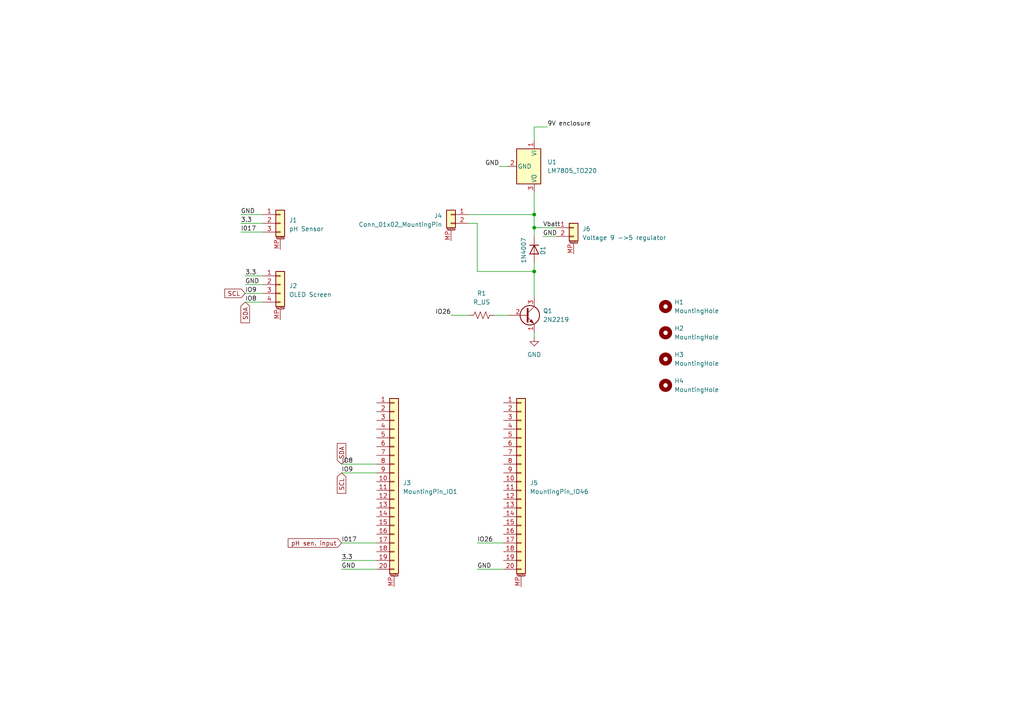
<source format=kicad_sch>
(kicad_sch
	(version 20231120)
	(generator "eeschema")
	(generator_version "8.0")
	(uuid "fcd2bf46-1664-4621-bd79-674230b49c83")
	(paper "A4")
	(lib_symbols
		(symbol "Connector_Generic_MountingPin:Conn_01x02_MountingPin"
			(pin_names
				(offset 1.016) hide)
			(exclude_from_sim no)
			(in_bom yes)
			(on_board yes)
			(property "Reference" "J"
				(at 0 2.54 0)
				(effects
					(font
						(size 1.27 1.27)
					)
				)
			)
			(property "Value" "Conn_01x02_MountingPin"
				(at 1.27 -5.08 0)
				(effects
					(font
						(size 1.27 1.27)
					)
					(justify left)
				)
			)
			(property "Footprint" ""
				(at 0 0 0)
				(effects
					(font
						(size 1.27 1.27)
					)
					(hide yes)
				)
			)
			(property "Datasheet" "~"
				(at 0 0 0)
				(effects
					(font
						(size 1.27 1.27)
					)
					(hide yes)
				)
			)
			(property "Description" "Generic connectable mounting pin connector, single row, 01x02, script generated (kicad-library-utils/schlib/autogen/connector/)"
				(at 0 0 0)
				(effects
					(font
						(size 1.27 1.27)
					)
					(hide yes)
				)
			)
			(property "ki_keywords" "connector"
				(at 0 0 0)
				(effects
					(font
						(size 1.27 1.27)
					)
					(hide yes)
				)
			)
			(property "ki_fp_filters" "Connector*:*_1x??-1MP*"
				(at 0 0 0)
				(effects
					(font
						(size 1.27 1.27)
					)
					(hide yes)
				)
			)
			(symbol "Conn_01x02_MountingPin_1_1"
				(rectangle
					(start -1.27 -2.413)
					(end 0 -2.667)
					(stroke
						(width 0.1524)
						(type default)
					)
					(fill
						(type none)
					)
				)
				(rectangle
					(start -1.27 0.127)
					(end 0 -0.127)
					(stroke
						(width 0.1524)
						(type default)
					)
					(fill
						(type none)
					)
				)
				(rectangle
					(start -1.27 1.27)
					(end 1.27 -3.81)
					(stroke
						(width 0.254)
						(type default)
					)
					(fill
						(type background)
					)
				)
				(polyline
					(pts
						(xy -1.016 -4.572) (xy 1.016 -4.572)
					)
					(stroke
						(width 0.1524)
						(type default)
					)
					(fill
						(type none)
					)
				)
				(text "Mounting"
					(at 0 -4.191 0)
					(effects
						(font
							(size 0.381 0.381)
						)
					)
				)
				(pin passive line
					(at -5.08 0 0)
					(length 3.81)
					(name "Pin_1"
						(effects
							(font
								(size 1.27 1.27)
							)
						)
					)
					(number "1"
						(effects
							(font
								(size 1.27 1.27)
							)
						)
					)
				)
				(pin passive line
					(at -5.08 -2.54 0)
					(length 3.81)
					(name "Pin_2"
						(effects
							(font
								(size 1.27 1.27)
							)
						)
					)
					(number "2"
						(effects
							(font
								(size 1.27 1.27)
							)
						)
					)
				)
				(pin passive line
					(at 0 -7.62 90)
					(length 3.048)
					(name "MountPin"
						(effects
							(font
								(size 1.27 1.27)
							)
						)
					)
					(number "MP"
						(effects
							(font
								(size 1.27 1.27)
							)
						)
					)
				)
			)
		)
		(symbol "Connector_Generic_MountingPin:Conn_01x03_MountingPin"
			(pin_names
				(offset 1.016) hide)
			(exclude_from_sim no)
			(in_bom yes)
			(on_board yes)
			(property "Reference" "J"
				(at 0 5.08 0)
				(effects
					(font
						(size 1.27 1.27)
					)
				)
			)
			(property "Value" "Conn_01x03_MountingPin"
				(at 1.27 -5.08 0)
				(effects
					(font
						(size 1.27 1.27)
					)
					(justify left)
				)
			)
			(property "Footprint" ""
				(at 0 0 0)
				(effects
					(font
						(size 1.27 1.27)
					)
					(hide yes)
				)
			)
			(property "Datasheet" "~"
				(at 0 0 0)
				(effects
					(font
						(size 1.27 1.27)
					)
					(hide yes)
				)
			)
			(property "Description" "Generic connectable mounting pin connector, single row, 01x03, script generated (kicad-library-utils/schlib/autogen/connector/)"
				(at 0 0 0)
				(effects
					(font
						(size 1.27 1.27)
					)
					(hide yes)
				)
			)
			(property "ki_keywords" "connector"
				(at 0 0 0)
				(effects
					(font
						(size 1.27 1.27)
					)
					(hide yes)
				)
			)
			(property "ki_fp_filters" "Connector*:*_1x??-1MP*"
				(at 0 0 0)
				(effects
					(font
						(size 1.27 1.27)
					)
					(hide yes)
				)
			)
			(symbol "Conn_01x03_MountingPin_1_1"
				(rectangle
					(start -1.27 -2.413)
					(end 0 -2.667)
					(stroke
						(width 0.1524)
						(type default)
					)
					(fill
						(type none)
					)
				)
				(rectangle
					(start -1.27 0.127)
					(end 0 -0.127)
					(stroke
						(width 0.1524)
						(type default)
					)
					(fill
						(type none)
					)
				)
				(rectangle
					(start -1.27 2.667)
					(end 0 2.413)
					(stroke
						(width 0.1524)
						(type default)
					)
					(fill
						(type none)
					)
				)
				(rectangle
					(start -1.27 3.81)
					(end 1.27 -3.81)
					(stroke
						(width 0.254)
						(type default)
					)
					(fill
						(type background)
					)
				)
				(polyline
					(pts
						(xy -1.016 -4.572) (xy 1.016 -4.572)
					)
					(stroke
						(width 0.1524)
						(type default)
					)
					(fill
						(type none)
					)
				)
				(text "Mounting"
					(at 0 -4.191 0)
					(effects
						(font
							(size 0.381 0.381)
						)
					)
				)
				(pin passive line
					(at -5.08 2.54 0)
					(length 3.81)
					(name "Pin_1"
						(effects
							(font
								(size 1.27 1.27)
							)
						)
					)
					(number "1"
						(effects
							(font
								(size 1.27 1.27)
							)
						)
					)
				)
				(pin passive line
					(at -5.08 0 0)
					(length 3.81)
					(name "Pin_2"
						(effects
							(font
								(size 1.27 1.27)
							)
						)
					)
					(number "2"
						(effects
							(font
								(size 1.27 1.27)
							)
						)
					)
				)
				(pin passive line
					(at -5.08 -2.54 0)
					(length 3.81)
					(name "Pin_3"
						(effects
							(font
								(size 1.27 1.27)
							)
						)
					)
					(number "3"
						(effects
							(font
								(size 1.27 1.27)
							)
						)
					)
				)
				(pin passive line
					(at 0 -7.62 90)
					(length 3.048)
					(name "MountPin"
						(effects
							(font
								(size 1.27 1.27)
							)
						)
					)
					(number "MP"
						(effects
							(font
								(size 1.27 1.27)
							)
						)
					)
				)
			)
		)
		(symbol "Connector_Generic_MountingPin:Conn_01x04_MountingPin"
			(pin_names
				(offset 1.016) hide)
			(exclude_from_sim no)
			(in_bom yes)
			(on_board yes)
			(property "Reference" "J"
				(at 0 5.08 0)
				(effects
					(font
						(size 1.27 1.27)
					)
				)
			)
			(property "Value" "Conn_01x04_MountingPin"
				(at 1.27 -7.62 0)
				(effects
					(font
						(size 1.27 1.27)
					)
					(justify left)
				)
			)
			(property "Footprint" ""
				(at 0 0 0)
				(effects
					(font
						(size 1.27 1.27)
					)
					(hide yes)
				)
			)
			(property "Datasheet" "~"
				(at 0 0 0)
				(effects
					(font
						(size 1.27 1.27)
					)
					(hide yes)
				)
			)
			(property "Description" "Generic connectable mounting pin connector, single row, 01x04, script generated (kicad-library-utils/schlib/autogen/connector/)"
				(at 0 0 0)
				(effects
					(font
						(size 1.27 1.27)
					)
					(hide yes)
				)
			)
			(property "ki_keywords" "connector"
				(at 0 0 0)
				(effects
					(font
						(size 1.27 1.27)
					)
					(hide yes)
				)
			)
			(property "ki_fp_filters" "Connector*:*_1x??-1MP*"
				(at 0 0 0)
				(effects
					(font
						(size 1.27 1.27)
					)
					(hide yes)
				)
			)
			(symbol "Conn_01x04_MountingPin_1_1"
				(rectangle
					(start -1.27 -4.953)
					(end 0 -5.207)
					(stroke
						(width 0.1524)
						(type default)
					)
					(fill
						(type none)
					)
				)
				(rectangle
					(start -1.27 -2.413)
					(end 0 -2.667)
					(stroke
						(width 0.1524)
						(type default)
					)
					(fill
						(type none)
					)
				)
				(rectangle
					(start -1.27 0.127)
					(end 0 -0.127)
					(stroke
						(width 0.1524)
						(type default)
					)
					(fill
						(type none)
					)
				)
				(rectangle
					(start -1.27 2.667)
					(end 0 2.413)
					(stroke
						(width 0.1524)
						(type default)
					)
					(fill
						(type none)
					)
				)
				(rectangle
					(start -1.27 3.81)
					(end 1.27 -6.35)
					(stroke
						(width 0.254)
						(type default)
					)
					(fill
						(type background)
					)
				)
				(polyline
					(pts
						(xy -1.016 -7.112) (xy 1.016 -7.112)
					)
					(stroke
						(width 0.1524)
						(type default)
					)
					(fill
						(type none)
					)
				)
				(text "Mounting"
					(at 0 -6.731 0)
					(effects
						(font
							(size 0.381 0.381)
						)
					)
				)
				(pin passive line
					(at -5.08 2.54 0)
					(length 3.81)
					(name "Pin_1"
						(effects
							(font
								(size 1.27 1.27)
							)
						)
					)
					(number "1"
						(effects
							(font
								(size 1.27 1.27)
							)
						)
					)
				)
				(pin passive line
					(at -5.08 0 0)
					(length 3.81)
					(name "Pin_2"
						(effects
							(font
								(size 1.27 1.27)
							)
						)
					)
					(number "2"
						(effects
							(font
								(size 1.27 1.27)
							)
						)
					)
				)
				(pin passive line
					(at -5.08 -2.54 0)
					(length 3.81)
					(name "Pin_3"
						(effects
							(font
								(size 1.27 1.27)
							)
						)
					)
					(number "3"
						(effects
							(font
								(size 1.27 1.27)
							)
						)
					)
				)
				(pin passive line
					(at -5.08 -5.08 0)
					(length 3.81)
					(name "Pin_4"
						(effects
							(font
								(size 1.27 1.27)
							)
						)
					)
					(number "4"
						(effects
							(font
								(size 1.27 1.27)
							)
						)
					)
				)
				(pin passive line
					(at 0 -10.16 90)
					(length 3.048)
					(name "MountPin"
						(effects
							(font
								(size 1.27 1.27)
							)
						)
					)
					(number "MP"
						(effects
							(font
								(size 1.27 1.27)
							)
						)
					)
				)
			)
		)
		(symbol "Connector_Generic_MountingPin:Conn_01x20_MountingPin"
			(pin_names
				(offset 1.016) hide)
			(exclude_from_sim no)
			(in_bom yes)
			(on_board yes)
			(property "Reference" "J"
				(at 0 25.4 0)
				(effects
					(font
						(size 1.27 1.27)
					)
				)
			)
			(property "Value" "Conn_01x20_MountingPin"
				(at 1.27 -27.94 0)
				(effects
					(font
						(size 1.27 1.27)
					)
					(justify left)
				)
			)
			(property "Footprint" ""
				(at 0 0 0)
				(effects
					(font
						(size 1.27 1.27)
					)
					(hide yes)
				)
			)
			(property "Datasheet" "~"
				(at 0 0 0)
				(effects
					(font
						(size 1.27 1.27)
					)
					(hide yes)
				)
			)
			(property "Description" "Generic connectable mounting pin connector, single row, 01x20, script generated (kicad-library-utils/schlib/autogen/connector/)"
				(at 0 0 0)
				(effects
					(font
						(size 1.27 1.27)
					)
					(hide yes)
				)
			)
			(property "ki_keywords" "connector"
				(at 0 0 0)
				(effects
					(font
						(size 1.27 1.27)
					)
					(hide yes)
				)
			)
			(property "ki_fp_filters" "Connector*:*_1x??-1MP*"
				(at 0 0 0)
				(effects
					(font
						(size 1.27 1.27)
					)
					(hide yes)
				)
			)
			(symbol "Conn_01x20_MountingPin_1_1"
				(rectangle
					(start -1.27 -25.273)
					(end 0 -25.527)
					(stroke
						(width 0.1524)
						(type default)
					)
					(fill
						(type none)
					)
				)
				(rectangle
					(start -1.27 -22.733)
					(end 0 -22.987)
					(stroke
						(width 0.1524)
						(type default)
					)
					(fill
						(type none)
					)
				)
				(rectangle
					(start -1.27 -20.193)
					(end 0 -20.447)
					(stroke
						(width 0.1524)
						(type default)
					)
					(fill
						(type none)
					)
				)
				(rectangle
					(start -1.27 -17.653)
					(end 0 -17.907)
					(stroke
						(width 0.1524)
						(type default)
					)
					(fill
						(type none)
					)
				)
				(rectangle
					(start -1.27 -15.113)
					(end 0 -15.367)
					(stroke
						(width 0.1524)
						(type default)
					)
					(fill
						(type none)
					)
				)
				(rectangle
					(start -1.27 -12.573)
					(end 0 -12.827)
					(stroke
						(width 0.1524)
						(type default)
					)
					(fill
						(type none)
					)
				)
				(rectangle
					(start -1.27 -10.033)
					(end 0 -10.287)
					(stroke
						(width 0.1524)
						(type default)
					)
					(fill
						(type none)
					)
				)
				(rectangle
					(start -1.27 -7.493)
					(end 0 -7.747)
					(stroke
						(width 0.1524)
						(type default)
					)
					(fill
						(type none)
					)
				)
				(rectangle
					(start -1.27 -4.953)
					(end 0 -5.207)
					(stroke
						(width 0.1524)
						(type default)
					)
					(fill
						(type none)
					)
				)
				(rectangle
					(start -1.27 -2.413)
					(end 0 -2.667)
					(stroke
						(width 0.1524)
						(type default)
					)
					(fill
						(type none)
					)
				)
				(rectangle
					(start -1.27 0.127)
					(end 0 -0.127)
					(stroke
						(width 0.1524)
						(type default)
					)
					(fill
						(type none)
					)
				)
				(rectangle
					(start -1.27 2.667)
					(end 0 2.413)
					(stroke
						(width 0.1524)
						(type default)
					)
					(fill
						(type none)
					)
				)
				(rectangle
					(start -1.27 5.207)
					(end 0 4.953)
					(stroke
						(width 0.1524)
						(type default)
					)
					(fill
						(type none)
					)
				)
				(rectangle
					(start -1.27 7.747)
					(end 0 7.493)
					(stroke
						(width 0.1524)
						(type default)
					)
					(fill
						(type none)
					)
				)
				(rectangle
					(start -1.27 10.287)
					(end 0 10.033)
					(stroke
						(width 0.1524)
						(type default)
					)
					(fill
						(type none)
					)
				)
				(rectangle
					(start -1.27 12.827)
					(end 0 12.573)
					(stroke
						(width 0.1524)
						(type default)
					)
					(fill
						(type none)
					)
				)
				(rectangle
					(start -1.27 15.367)
					(end 0 15.113)
					(stroke
						(width 0.1524)
						(type default)
					)
					(fill
						(type none)
					)
				)
				(rectangle
					(start -1.27 17.907)
					(end 0 17.653)
					(stroke
						(width 0.1524)
						(type default)
					)
					(fill
						(type none)
					)
				)
				(rectangle
					(start -1.27 20.447)
					(end 0 20.193)
					(stroke
						(width 0.1524)
						(type default)
					)
					(fill
						(type none)
					)
				)
				(rectangle
					(start -1.27 22.987)
					(end 0 22.733)
					(stroke
						(width 0.1524)
						(type default)
					)
					(fill
						(type none)
					)
				)
				(rectangle
					(start -1.27 24.13)
					(end 1.27 -26.67)
					(stroke
						(width 0.254)
						(type default)
					)
					(fill
						(type background)
					)
				)
				(polyline
					(pts
						(xy -1.016 -27.432) (xy 1.016 -27.432)
					)
					(stroke
						(width 0.1524)
						(type default)
					)
					(fill
						(type none)
					)
				)
				(text "Mounting"
					(at 0 -27.051 0)
					(effects
						(font
							(size 0.381 0.381)
						)
					)
				)
				(pin passive line
					(at -5.08 22.86 0)
					(length 3.81)
					(name "Pin_1"
						(effects
							(font
								(size 1.27 1.27)
							)
						)
					)
					(number "1"
						(effects
							(font
								(size 1.27 1.27)
							)
						)
					)
				)
				(pin passive line
					(at -5.08 0 0)
					(length 3.81)
					(name "Pin_10"
						(effects
							(font
								(size 1.27 1.27)
							)
						)
					)
					(number "10"
						(effects
							(font
								(size 1.27 1.27)
							)
						)
					)
				)
				(pin passive line
					(at -5.08 -2.54 0)
					(length 3.81)
					(name "Pin_11"
						(effects
							(font
								(size 1.27 1.27)
							)
						)
					)
					(number "11"
						(effects
							(font
								(size 1.27 1.27)
							)
						)
					)
				)
				(pin passive line
					(at -5.08 -5.08 0)
					(length 3.81)
					(name "Pin_12"
						(effects
							(font
								(size 1.27 1.27)
							)
						)
					)
					(number "12"
						(effects
							(font
								(size 1.27 1.27)
							)
						)
					)
				)
				(pin passive line
					(at -5.08 -7.62 0)
					(length 3.81)
					(name "Pin_13"
						(effects
							(font
								(size 1.27 1.27)
							)
						)
					)
					(number "13"
						(effects
							(font
								(size 1.27 1.27)
							)
						)
					)
				)
				(pin passive line
					(at -5.08 -10.16 0)
					(length 3.81)
					(name "Pin_14"
						(effects
							(font
								(size 1.27 1.27)
							)
						)
					)
					(number "14"
						(effects
							(font
								(size 1.27 1.27)
							)
						)
					)
				)
				(pin passive line
					(at -5.08 -12.7 0)
					(length 3.81)
					(name "Pin_15"
						(effects
							(font
								(size 1.27 1.27)
							)
						)
					)
					(number "15"
						(effects
							(font
								(size 1.27 1.27)
							)
						)
					)
				)
				(pin passive line
					(at -5.08 -15.24 0)
					(length 3.81)
					(name "Pin_16"
						(effects
							(font
								(size 1.27 1.27)
							)
						)
					)
					(number "16"
						(effects
							(font
								(size 1.27 1.27)
							)
						)
					)
				)
				(pin passive line
					(at -5.08 -17.78 0)
					(length 3.81)
					(name "Pin_17"
						(effects
							(font
								(size 1.27 1.27)
							)
						)
					)
					(number "17"
						(effects
							(font
								(size 1.27 1.27)
							)
						)
					)
				)
				(pin passive line
					(at -5.08 -20.32 0)
					(length 3.81)
					(name "Pin_18"
						(effects
							(font
								(size 1.27 1.27)
							)
						)
					)
					(number "18"
						(effects
							(font
								(size 1.27 1.27)
							)
						)
					)
				)
				(pin passive line
					(at -5.08 -22.86 0)
					(length 3.81)
					(name "Pin_19"
						(effects
							(font
								(size 1.27 1.27)
							)
						)
					)
					(number "19"
						(effects
							(font
								(size 1.27 1.27)
							)
						)
					)
				)
				(pin passive line
					(at -5.08 20.32 0)
					(length 3.81)
					(name "Pin_2"
						(effects
							(font
								(size 1.27 1.27)
							)
						)
					)
					(number "2"
						(effects
							(font
								(size 1.27 1.27)
							)
						)
					)
				)
				(pin passive line
					(at -5.08 -25.4 0)
					(length 3.81)
					(name "Pin_20"
						(effects
							(font
								(size 1.27 1.27)
							)
						)
					)
					(number "20"
						(effects
							(font
								(size 1.27 1.27)
							)
						)
					)
				)
				(pin passive line
					(at -5.08 17.78 0)
					(length 3.81)
					(name "Pin_3"
						(effects
							(font
								(size 1.27 1.27)
							)
						)
					)
					(number "3"
						(effects
							(font
								(size 1.27 1.27)
							)
						)
					)
				)
				(pin passive line
					(at -5.08 15.24 0)
					(length 3.81)
					(name "Pin_4"
						(effects
							(font
								(size 1.27 1.27)
							)
						)
					)
					(number "4"
						(effects
							(font
								(size 1.27 1.27)
							)
						)
					)
				)
				(pin passive line
					(at -5.08 12.7 0)
					(length 3.81)
					(name "Pin_5"
						(effects
							(font
								(size 1.27 1.27)
							)
						)
					)
					(number "5"
						(effects
							(font
								(size 1.27 1.27)
							)
						)
					)
				)
				(pin passive line
					(at -5.08 10.16 0)
					(length 3.81)
					(name "Pin_6"
						(effects
							(font
								(size 1.27 1.27)
							)
						)
					)
					(number "6"
						(effects
							(font
								(size 1.27 1.27)
							)
						)
					)
				)
				(pin passive line
					(at -5.08 7.62 0)
					(length 3.81)
					(name "Pin_7"
						(effects
							(font
								(size 1.27 1.27)
							)
						)
					)
					(number "7"
						(effects
							(font
								(size 1.27 1.27)
							)
						)
					)
				)
				(pin passive line
					(at -5.08 5.08 0)
					(length 3.81)
					(name "Pin_8"
						(effects
							(font
								(size 1.27 1.27)
							)
						)
					)
					(number "8"
						(effects
							(font
								(size 1.27 1.27)
							)
						)
					)
				)
				(pin passive line
					(at -5.08 2.54 0)
					(length 3.81)
					(name "Pin_9"
						(effects
							(font
								(size 1.27 1.27)
							)
						)
					)
					(number "9"
						(effects
							(font
								(size 1.27 1.27)
							)
						)
					)
				)
				(pin passive line
					(at 0 -30.48 90)
					(length 3.048)
					(name "MountPin"
						(effects
							(font
								(size 1.27 1.27)
							)
						)
					)
					(number "MP"
						(effects
							(font
								(size 1.27 1.27)
							)
						)
					)
				)
			)
		)
		(symbol "Device:R_US"
			(pin_numbers hide)
			(pin_names
				(offset 0)
			)
			(exclude_from_sim no)
			(in_bom yes)
			(on_board yes)
			(property "Reference" "R"
				(at 2.54 0 90)
				(effects
					(font
						(size 1.27 1.27)
					)
				)
			)
			(property "Value" "R_US"
				(at -2.54 0 90)
				(effects
					(font
						(size 1.27 1.27)
					)
				)
			)
			(property "Footprint" ""
				(at 1.016 -0.254 90)
				(effects
					(font
						(size 1.27 1.27)
					)
					(hide yes)
				)
			)
			(property "Datasheet" "~"
				(at 0 0 0)
				(effects
					(font
						(size 1.27 1.27)
					)
					(hide yes)
				)
			)
			(property "Description" "Resistor, US symbol"
				(at 0 0 0)
				(effects
					(font
						(size 1.27 1.27)
					)
					(hide yes)
				)
			)
			(property "ki_keywords" "R res resistor"
				(at 0 0 0)
				(effects
					(font
						(size 1.27 1.27)
					)
					(hide yes)
				)
			)
			(property "ki_fp_filters" "R_*"
				(at 0 0 0)
				(effects
					(font
						(size 1.27 1.27)
					)
					(hide yes)
				)
			)
			(symbol "R_US_0_1"
				(polyline
					(pts
						(xy 0 -2.286) (xy 0 -2.54)
					)
					(stroke
						(width 0)
						(type default)
					)
					(fill
						(type none)
					)
				)
				(polyline
					(pts
						(xy 0 2.286) (xy 0 2.54)
					)
					(stroke
						(width 0)
						(type default)
					)
					(fill
						(type none)
					)
				)
				(polyline
					(pts
						(xy 0 -0.762) (xy 1.016 -1.143) (xy 0 -1.524) (xy -1.016 -1.905) (xy 0 -2.286)
					)
					(stroke
						(width 0)
						(type default)
					)
					(fill
						(type none)
					)
				)
				(polyline
					(pts
						(xy 0 0.762) (xy 1.016 0.381) (xy 0 0) (xy -1.016 -0.381) (xy 0 -0.762)
					)
					(stroke
						(width 0)
						(type default)
					)
					(fill
						(type none)
					)
				)
				(polyline
					(pts
						(xy 0 2.286) (xy 1.016 1.905) (xy 0 1.524) (xy -1.016 1.143) (xy 0 0.762)
					)
					(stroke
						(width 0)
						(type default)
					)
					(fill
						(type none)
					)
				)
			)
			(symbol "R_US_1_1"
				(pin passive line
					(at 0 3.81 270)
					(length 1.27)
					(name "~"
						(effects
							(font
								(size 1.27 1.27)
							)
						)
					)
					(number "1"
						(effects
							(font
								(size 1.27 1.27)
							)
						)
					)
				)
				(pin passive line
					(at 0 -3.81 90)
					(length 1.27)
					(name "~"
						(effects
							(font
								(size 1.27 1.27)
							)
						)
					)
					(number "2"
						(effects
							(font
								(size 1.27 1.27)
							)
						)
					)
				)
			)
		)
		(symbol "Diode:1N4007"
			(pin_numbers hide)
			(pin_names hide)
			(exclude_from_sim no)
			(in_bom yes)
			(on_board yes)
			(property "Reference" "D"
				(at 0 2.54 0)
				(effects
					(font
						(size 1.27 1.27)
					)
				)
			)
			(property "Value" "1N4007"
				(at 0 -2.54 0)
				(effects
					(font
						(size 1.27 1.27)
					)
				)
			)
			(property "Footprint" "Diode_THT:D_DO-41_SOD81_P10.16mm_Horizontal"
				(at 0 -4.445 0)
				(effects
					(font
						(size 1.27 1.27)
					)
					(hide yes)
				)
			)
			(property "Datasheet" "http://www.vishay.com/docs/88503/1n4001.pdf"
				(at 0 0 0)
				(effects
					(font
						(size 1.27 1.27)
					)
					(hide yes)
				)
			)
			(property "Description" "1000V 1A General Purpose Rectifier Diode, DO-41"
				(at 0 0 0)
				(effects
					(font
						(size 1.27 1.27)
					)
					(hide yes)
				)
			)
			(property "Sim.Device" "D"
				(at 0 0 0)
				(effects
					(font
						(size 1.27 1.27)
					)
					(hide yes)
				)
			)
			(property "Sim.Pins" "1=K 2=A"
				(at 0 0 0)
				(effects
					(font
						(size 1.27 1.27)
					)
					(hide yes)
				)
			)
			(property "ki_keywords" "diode"
				(at 0 0 0)
				(effects
					(font
						(size 1.27 1.27)
					)
					(hide yes)
				)
			)
			(property "ki_fp_filters" "D*DO?41*"
				(at 0 0 0)
				(effects
					(font
						(size 1.27 1.27)
					)
					(hide yes)
				)
			)
			(symbol "1N4007_0_1"
				(polyline
					(pts
						(xy -1.27 1.27) (xy -1.27 -1.27)
					)
					(stroke
						(width 0.254)
						(type default)
					)
					(fill
						(type none)
					)
				)
				(polyline
					(pts
						(xy 1.27 0) (xy -1.27 0)
					)
					(stroke
						(width 0)
						(type default)
					)
					(fill
						(type none)
					)
				)
				(polyline
					(pts
						(xy 1.27 1.27) (xy 1.27 -1.27) (xy -1.27 0) (xy 1.27 1.27)
					)
					(stroke
						(width 0.254)
						(type default)
					)
					(fill
						(type none)
					)
				)
			)
			(symbol "1N4007_1_1"
				(pin passive line
					(at -3.81 0 0)
					(length 2.54)
					(name "K"
						(effects
							(font
								(size 1.27 1.27)
							)
						)
					)
					(number "1"
						(effects
							(font
								(size 1.27 1.27)
							)
						)
					)
				)
				(pin passive line
					(at 3.81 0 180)
					(length 2.54)
					(name "A"
						(effects
							(font
								(size 1.27 1.27)
							)
						)
					)
					(number "2"
						(effects
							(font
								(size 1.27 1.27)
							)
						)
					)
				)
			)
		)
		(symbol "Mechanical:MountingHole"
			(pin_names
				(offset 1.016)
			)
			(exclude_from_sim yes)
			(in_bom no)
			(on_board yes)
			(property "Reference" "H"
				(at 0 5.08 0)
				(effects
					(font
						(size 1.27 1.27)
					)
				)
			)
			(property "Value" "MountingHole"
				(at 0 3.175 0)
				(effects
					(font
						(size 1.27 1.27)
					)
				)
			)
			(property "Footprint" ""
				(at 0 0 0)
				(effects
					(font
						(size 1.27 1.27)
					)
					(hide yes)
				)
			)
			(property "Datasheet" "~"
				(at 0 0 0)
				(effects
					(font
						(size 1.27 1.27)
					)
					(hide yes)
				)
			)
			(property "Description" "Mounting Hole without connection"
				(at 0 0 0)
				(effects
					(font
						(size 1.27 1.27)
					)
					(hide yes)
				)
			)
			(property "ki_keywords" "mounting hole"
				(at 0 0 0)
				(effects
					(font
						(size 1.27 1.27)
					)
					(hide yes)
				)
			)
			(property "ki_fp_filters" "MountingHole*"
				(at 0 0 0)
				(effects
					(font
						(size 1.27 1.27)
					)
					(hide yes)
				)
			)
			(symbol "MountingHole_0_1"
				(circle
					(center 0 0)
					(radius 1.27)
					(stroke
						(width 1.27)
						(type default)
					)
					(fill
						(type none)
					)
				)
			)
		)
		(symbol "Regulator_Linear:LM7805_TO220"
			(pin_names
				(offset 0.254)
			)
			(exclude_from_sim no)
			(in_bom yes)
			(on_board yes)
			(property "Reference" "U"
				(at -3.81 3.175 0)
				(effects
					(font
						(size 1.27 1.27)
					)
				)
			)
			(property "Value" "LM7805_TO220"
				(at 0 3.175 0)
				(effects
					(font
						(size 1.27 1.27)
					)
					(justify left)
				)
			)
			(property "Footprint" "Package_TO_SOT_THT:TO-220-3_Vertical"
				(at 0 5.715 0)
				(effects
					(font
						(size 1.27 1.27)
						(italic yes)
					)
					(hide yes)
				)
			)
			(property "Datasheet" "https://www.onsemi.cn/PowerSolutions/document/MC7800-D.PDF"
				(at 0 -1.27 0)
				(effects
					(font
						(size 1.27 1.27)
					)
					(hide yes)
				)
			)
			(property "Description" "Positive 1A 35V Linear Regulator, Fixed Output 5V, TO-220"
				(at 0 0 0)
				(effects
					(font
						(size 1.27 1.27)
					)
					(hide yes)
				)
			)
			(property "ki_keywords" "Voltage Regulator 1A Positive"
				(at 0 0 0)
				(effects
					(font
						(size 1.27 1.27)
					)
					(hide yes)
				)
			)
			(property "ki_fp_filters" "TO?220*"
				(at 0 0 0)
				(effects
					(font
						(size 1.27 1.27)
					)
					(hide yes)
				)
			)
			(symbol "LM7805_TO220_0_1"
				(rectangle
					(start -5.08 1.905)
					(end 5.08 -5.08)
					(stroke
						(width 0.254)
						(type default)
					)
					(fill
						(type background)
					)
				)
			)
			(symbol "LM7805_TO220_1_1"
				(pin power_in line
					(at -7.62 0 0)
					(length 2.54)
					(name "VI"
						(effects
							(font
								(size 1.27 1.27)
							)
						)
					)
					(number "1"
						(effects
							(font
								(size 1.27 1.27)
							)
						)
					)
				)
				(pin power_in line
					(at 0 -7.62 90)
					(length 2.54)
					(name "GND"
						(effects
							(font
								(size 1.27 1.27)
							)
						)
					)
					(number "2"
						(effects
							(font
								(size 1.27 1.27)
							)
						)
					)
				)
				(pin power_out line
					(at 7.62 0 180)
					(length 2.54)
					(name "VO"
						(effects
							(font
								(size 1.27 1.27)
							)
						)
					)
					(number "3"
						(effects
							(font
								(size 1.27 1.27)
							)
						)
					)
				)
			)
		)
		(symbol "Transistor_BJT:2N2219"
			(pin_names
				(offset 0) hide)
			(exclude_from_sim no)
			(in_bom yes)
			(on_board yes)
			(property "Reference" "Q"
				(at 5.08 1.905 0)
				(effects
					(font
						(size 1.27 1.27)
					)
					(justify left)
				)
			)
			(property "Value" "2N2219"
				(at 5.08 0 0)
				(effects
					(font
						(size 1.27 1.27)
					)
					(justify left)
				)
			)
			(property "Footprint" "Package_TO_SOT_THT:TO-39-3"
				(at 5.08 -1.905 0)
				(effects
					(font
						(size 1.27 1.27)
						(italic yes)
					)
					(justify left)
					(hide yes)
				)
			)
			(property "Datasheet" "http://www.onsemi.com/pub_link/Collateral/2N2219-D.PDF"
				(at 0 0 0)
				(effects
					(font
						(size 1.27 1.27)
					)
					(justify left)
					(hide yes)
				)
			)
			(property "Description" "800mA Ic, 50V Vce, NPN Transistor, TO-39"
				(at 0 0 0)
				(effects
					(font
						(size 1.27 1.27)
					)
					(hide yes)
				)
			)
			(property "ki_keywords" "NPN Transistor"
				(at 0 0 0)
				(effects
					(font
						(size 1.27 1.27)
					)
					(hide yes)
				)
			)
			(property "ki_fp_filters" "TO?39*"
				(at 0 0 0)
				(effects
					(font
						(size 1.27 1.27)
					)
					(hide yes)
				)
			)
			(symbol "2N2219_0_1"
				(polyline
					(pts
						(xy 0.635 0.635) (xy 2.54 2.54)
					)
					(stroke
						(width 0)
						(type default)
					)
					(fill
						(type none)
					)
				)
				(polyline
					(pts
						(xy 0.635 -0.635) (xy 2.54 -2.54) (xy 2.54 -2.54)
					)
					(stroke
						(width 0)
						(type default)
					)
					(fill
						(type none)
					)
				)
				(polyline
					(pts
						(xy 0.635 1.905) (xy 0.635 -1.905) (xy 0.635 -1.905)
					)
					(stroke
						(width 0.508)
						(type default)
					)
					(fill
						(type none)
					)
				)
				(polyline
					(pts
						(xy 1.27 -1.778) (xy 1.778 -1.27) (xy 2.286 -2.286) (xy 1.27 -1.778) (xy 1.27 -1.778)
					)
					(stroke
						(width 0)
						(type default)
					)
					(fill
						(type outline)
					)
				)
				(circle
					(center 1.27 0)
					(radius 2.8194)
					(stroke
						(width 0.254)
						(type default)
					)
					(fill
						(type none)
					)
				)
			)
			(symbol "2N2219_1_1"
				(pin passive line
					(at 2.54 -5.08 90)
					(length 2.54)
					(name "E"
						(effects
							(font
								(size 1.27 1.27)
							)
						)
					)
					(number "1"
						(effects
							(font
								(size 1.27 1.27)
							)
						)
					)
				)
				(pin passive line
					(at -5.08 0 0)
					(length 5.715)
					(name "B"
						(effects
							(font
								(size 1.27 1.27)
							)
						)
					)
					(number "2"
						(effects
							(font
								(size 1.27 1.27)
							)
						)
					)
				)
				(pin passive line
					(at 2.54 5.08 270)
					(length 2.54)
					(name "C"
						(effects
							(font
								(size 1.27 1.27)
							)
						)
					)
					(number "3"
						(effects
							(font
								(size 1.27 1.27)
							)
						)
					)
				)
			)
		)
		(symbol "power:GND"
			(power)
			(pin_numbers hide)
			(pin_names
				(offset 0) hide)
			(exclude_from_sim no)
			(in_bom yes)
			(on_board yes)
			(property "Reference" "#PWR"
				(at 0 -6.35 0)
				(effects
					(font
						(size 1.27 1.27)
					)
					(hide yes)
				)
			)
			(property "Value" "GND"
				(at 0 -3.81 0)
				(effects
					(font
						(size 1.27 1.27)
					)
				)
			)
			(property "Footprint" ""
				(at 0 0 0)
				(effects
					(font
						(size 1.27 1.27)
					)
					(hide yes)
				)
			)
			(property "Datasheet" ""
				(at 0 0 0)
				(effects
					(font
						(size 1.27 1.27)
					)
					(hide yes)
				)
			)
			(property "Description" "Power symbol creates a global label with name \"GND\" , ground"
				(at 0 0 0)
				(effects
					(font
						(size 1.27 1.27)
					)
					(hide yes)
				)
			)
			(property "ki_keywords" "global power"
				(at 0 0 0)
				(effects
					(font
						(size 1.27 1.27)
					)
					(hide yes)
				)
			)
			(symbol "GND_0_1"
				(polyline
					(pts
						(xy 0 0) (xy 0 -1.27) (xy 1.27 -1.27) (xy 0 -2.54) (xy -1.27 -1.27) (xy 0 -1.27)
					)
					(stroke
						(width 0)
						(type default)
					)
					(fill
						(type none)
					)
				)
			)
			(symbol "GND_1_1"
				(pin power_in line
					(at 0 0 270)
					(length 0)
					(name "~"
						(effects
							(font
								(size 1.27 1.27)
							)
						)
					)
					(number "1"
						(effects
							(font
								(size 1.27 1.27)
							)
						)
					)
				)
			)
		)
	)
	(junction
		(at 154.94 62.23)
		(diameter 0)
		(color 0 0 0 0)
		(uuid "16dd7a98-b1dc-4d2f-9e84-1a6018b253b1")
	)
	(junction
		(at 154.94 78.74)
		(diameter 0)
		(color 0 0 0 0)
		(uuid "555f205b-911d-4dcd-8edf-0c5f8aaf6c8b")
	)
	(junction
		(at 154.94 66.04)
		(diameter 0)
		(color 0 0 0 0)
		(uuid "f6ceee7f-4247-4191-9f19-8f57dc2dc555")
	)
	(wire
		(pts
			(xy 157.48 68.58) (xy 161.29 68.58)
		)
		(stroke
			(width 0)
			(type default)
		)
		(uuid "0c7cc4ad-a08a-458b-904f-6c5856b059f6")
	)
	(wire
		(pts
			(xy 69.85 67.31) (xy 76.2 67.31)
		)
		(stroke
			(width 0)
			(type default)
		)
		(uuid "1ddea311-980d-4753-8a3c-a33fe8618885")
	)
	(wire
		(pts
			(xy 154.94 62.23) (xy 154.94 66.04)
		)
		(stroke
			(width 0)
			(type default)
		)
		(uuid "1fb0a786-c1b2-4a94-9c3b-ab34ceeb286e")
	)
	(wire
		(pts
			(xy 138.43 64.77) (xy 138.43 78.74)
		)
		(stroke
			(width 0)
			(type default)
		)
		(uuid "22f2e5d8-5314-4cb9-b40a-6836f7171f7d")
	)
	(wire
		(pts
			(xy 154.94 76.2) (xy 154.94 78.74)
		)
		(stroke
			(width 0)
			(type default)
		)
		(uuid "25df64b7-3fa5-4265-bb35-57cc6358f780")
	)
	(wire
		(pts
			(xy 154.94 66.04) (xy 161.29 66.04)
		)
		(stroke
			(width 0)
			(type default)
		)
		(uuid "2b916d32-c5c9-4c8f-bd7f-4a7427e941d1")
	)
	(wire
		(pts
			(xy 135.89 64.77) (xy 138.43 64.77)
		)
		(stroke
			(width 0)
			(type default)
		)
		(uuid "2e4705aa-be4e-4253-9064-ab979b757cdd")
	)
	(wire
		(pts
			(xy 69.85 64.77) (xy 76.2 64.77)
		)
		(stroke
			(width 0)
			(type default)
		)
		(uuid "4425127e-9126-475b-86dd-f2b97d508979")
	)
	(wire
		(pts
			(xy 130.81 91.44) (xy 135.89 91.44)
		)
		(stroke
			(width 0)
			(type default)
		)
		(uuid "4f7a3d42-6c04-46a1-889a-67293863ce2e")
	)
	(wire
		(pts
			(xy 71.12 87.63) (xy 76.2 87.63)
		)
		(stroke
			(width 0)
			(type default)
		)
		(uuid "526dace8-12f8-41a4-a1f1-5351c61dd9ce")
	)
	(wire
		(pts
			(xy 154.94 66.04) (xy 154.94 68.58)
		)
		(stroke
			(width 0)
			(type default)
		)
		(uuid "57f8cb9a-f060-48a6-a6db-334a34a7746a")
	)
	(wire
		(pts
			(xy 71.12 80.01) (xy 76.2 80.01)
		)
		(stroke
			(width 0)
			(type default)
		)
		(uuid "5ef35a14-a3c3-424e-8d3b-fd42bc43c026")
	)
	(wire
		(pts
			(xy 154.94 55.88) (xy 154.94 62.23)
		)
		(stroke
			(width 0)
			(type default)
		)
		(uuid "841fac1c-077f-4c14-9fa3-a36d38ff6f33")
	)
	(wire
		(pts
			(xy 99.06 165.1) (xy 109.22 165.1)
		)
		(stroke
			(width 0)
			(type default)
		)
		(uuid "85cc81d2-672d-479a-bb51-f04f89447359")
	)
	(wire
		(pts
			(xy 71.12 82.55) (xy 76.2 82.55)
		)
		(stroke
			(width 0)
			(type default)
		)
		(uuid "8e91e0fe-96d2-452f-99a7-29426487eb5c")
	)
	(wire
		(pts
			(xy 143.51 91.44) (xy 147.32 91.44)
		)
		(stroke
			(width 0)
			(type default)
		)
		(uuid "90f66efc-17df-415a-b854-2822bb954144")
	)
	(wire
		(pts
			(xy 138.43 78.74) (xy 154.94 78.74)
		)
		(stroke
			(width 0)
			(type default)
		)
		(uuid "910bc5d6-05b7-47bc-8362-e6bc140e3233")
	)
	(wire
		(pts
			(xy 71.12 85.09) (xy 76.2 85.09)
		)
		(stroke
			(width 0)
			(type default)
		)
		(uuid "a022866b-7739-4a91-aab5-39bb70e01fa7")
	)
	(wire
		(pts
			(xy 154.94 36.83) (xy 158.75 36.83)
		)
		(stroke
			(width 0)
			(type default)
		)
		(uuid "ac1fc8f2-141e-4ba2-9c33-7da9ab1845e2")
	)
	(wire
		(pts
			(xy 99.06 137.16) (xy 109.22 137.16)
		)
		(stroke
			(width 0)
			(type default)
		)
		(uuid "b6aa1105-2431-4bd5-ad58-45b3504b453c")
	)
	(wire
		(pts
			(xy 138.43 157.48) (xy 146.05 157.48)
		)
		(stroke
			(width 0)
			(type default)
		)
		(uuid "b7baa3cd-eb95-4240-8e7c-2457a80a98f1")
	)
	(wire
		(pts
			(xy 135.89 62.23) (xy 154.94 62.23)
		)
		(stroke
			(width 0)
			(type default)
		)
		(uuid "c3590cfc-2b93-4e52-b309-8a77ab87e508")
	)
	(wire
		(pts
			(xy 144.78 48.26) (xy 147.32 48.26)
		)
		(stroke
			(width 0)
			(type default)
		)
		(uuid "d528e460-e0d7-4419-9db1-63f8d4f8ca25")
	)
	(wire
		(pts
			(xy 99.06 157.48) (xy 109.22 157.48)
		)
		(stroke
			(width 0)
			(type default)
		)
		(uuid "e05b76f3-8b99-40f6-9600-1de957cd038b")
	)
	(wire
		(pts
			(xy 99.06 162.56) (xy 109.22 162.56)
		)
		(stroke
			(width 0)
			(type default)
		)
		(uuid "e7c6f1dd-7ed8-47c2-8ecc-8cdbfa246830")
	)
	(wire
		(pts
			(xy 99.06 134.62) (xy 109.22 134.62)
		)
		(stroke
			(width 0)
			(type default)
		)
		(uuid "e7f4fddc-9a04-4016-b912-6b0b1911390e")
	)
	(wire
		(pts
			(xy 154.94 78.74) (xy 154.94 86.36)
		)
		(stroke
			(width 0)
			(type default)
		)
		(uuid "e91624dc-b85f-4a11-9ff7-6936f7da97f9")
	)
	(wire
		(pts
			(xy 138.43 165.1) (xy 146.05 165.1)
		)
		(stroke
			(width 0)
			(type default)
		)
		(uuid "f2efd5aa-0443-417b-9b31-48c1d1845bd5")
	)
	(wire
		(pts
			(xy 154.94 40.64) (xy 154.94 36.83)
		)
		(stroke
			(width 0)
			(type default)
		)
		(uuid "f969e865-6cac-4bbe-b671-42da6d22fee6")
	)
	(wire
		(pts
			(xy 154.94 97.79) (xy 154.94 96.52)
		)
		(stroke
			(width 0)
			(type default)
		)
		(uuid "fbe14f24-7d02-4e30-82fd-100d0345ed65")
	)
	(wire
		(pts
			(xy 69.85 62.23) (xy 76.2 62.23)
		)
		(stroke
			(width 0)
			(type default)
		)
		(uuid "ff97d2c5-5848-48e7-8126-74d1f779f6ee")
	)
	(label "IO9"
		(at 99.06 137.16 0)
		(fields_autoplaced yes)
		(effects
			(font
				(size 1.27 1.27)
			)
			(justify left bottom)
		)
		(uuid "058bc683-8f3f-4ff9-b57f-47960ea662c1")
	)
	(label "IO8"
		(at 99.06 134.62 0)
		(fields_autoplaced yes)
		(effects
			(font
				(size 1.27 1.27)
			)
			(justify left bottom)
		)
		(uuid "0fedeea2-5531-4f84-b724-af6313f6fd55")
	)
	(label "9V enclosure"
		(at 158.75 36.83 0)
		(fields_autoplaced yes)
		(effects
			(font
				(size 1.27 1.27)
			)
			(justify left bottom)
		)
		(uuid "1039bec6-ec21-4156-8d98-26d1573ad6bb")
	)
	(label "IO26"
		(at 130.81 91.44 180)
		(fields_autoplaced yes)
		(effects
			(font
				(size 1.27 1.27)
			)
			(justify right bottom)
		)
		(uuid "12caab2f-a3fe-45f2-9e03-c0f1550a8a5c")
	)
	(label "3.3"
		(at 99.06 162.56 0)
		(fields_autoplaced yes)
		(effects
			(font
				(size 1.27 1.27)
			)
			(justify left bottom)
		)
		(uuid "1a8cfa72-a46a-4c36-b45e-33b89904f20f")
	)
	(label "GND"
		(at 71.12 82.55 0)
		(fields_autoplaced yes)
		(effects
			(font
				(size 1.27 1.27)
			)
			(justify left bottom)
		)
		(uuid "3117e307-528d-4ec0-974b-8b6f1c6922ce")
	)
	(label "IO26"
		(at 138.43 157.48 0)
		(fields_autoplaced yes)
		(effects
			(font
				(size 1.27 1.27)
			)
			(justify left bottom)
		)
		(uuid "3672facb-e2c3-4139-b4b8-5ab38095c806")
	)
	(label "GND"
		(at 99.06 165.1 0)
		(fields_autoplaced yes)
		(effects
			(font
				(size 1.27 1.27)
			)
			(justify left bottom)
		)
		(uuid "38b669f9-5d05-4fd9-a5e5-d9505d911af3")
	)
	(label "I017"
		(at 69.85 67.31 0)
		(fields_autoplaced yes)
		(effects
			(font
				(size 1.27 1.27)
			)
			(justify left bottom)
		)
		(uuid "446d8882-d2a4-4a50-954b-df807bad815e")
	)
	(label "GND"
		(at 138.43 165.1 0)
		(fields_autoplaced yes)
		(effects
			(font
				(size 1.27 1.27)
			)
			(justify left bottom)
		)
		(uuid "511c11d8-aaf1-417f-917d-c092c3c62bbf")
	)
	(label "Vbatt"
		(at 157.48 66.04 0)
		(fields_autoplaced yes)
		(effects
			(font
				(size 1.27 1.27)
			)
			(justify left bottom)
		)
		(uuid "5a02ad66-c08d-401b-a434-d5bd192cbc6a")
	)
	(label "I017"
		(at 99.06 157.48 0)
		(fields_autoplaced yes)
		(effects
			(font
				(size 1.27 1.27)
			)
			(justify left bottom)
		)
		(uuid "738c3d14-e367-4ebe-9587-da5b5b28024d")
	)
	(label "GND"
		(at 69.85 62.23 0)
		(fields_autoplaced yes)
		(effects
			(font
				(size 1.27 1.27)
			)
			(justify left bottom)
		)
		(uuid "7b98e7d7-cda9-4efc-b482-34ae207f8bc0")
	)
	(label "3.3"
		(at 71.12 80.01 0)
		(fields_autoplaced yes)
		(effects
			(font
				(size 1.27 1.27)
			)
			(justify left bottom)
		)
		(uuid "9d5b7198-f8dc-41a7-babb-d53ab0e8225b")
	)
	(label "IO9"
		(at 71.12 85.09 0)
		(fields_autoplaced yes)
		(effects
			(font
				(size 1.27 1.27)
			)
			(justify left bottom)
		)
		(uuid "a6969524-e712-4135-aaf3-51725208537d")
	)
	(label "GND"
		(at 144.78 48.26 180)
		(fields_autoplaced yes)
		(effects
			(font
				(size 1.27 1.27)
			)
			(justify right bottom)
		)
		(uuid "b1c45bea-51ce-41f9-9c61-4faf1d7a2976")
	)
	(label "GND"
		(at 157.48 68.58 0)
		(fields_autoplaced yes)
		(effects
			(font
				(size 1.27 1.27)
			)
			(justify left bottom)
		)
		(uuid "b946b3e5-abde-4efa-b942-ef411764a26c")
	)
	(label "IO8"
		(at 71.12 87.63 0)
		(fields_autoplaced yes)
		(effects
			(font
				(size 1.27 1.27)
			)
			(justify left bottom)
		)
		(uuid "c7af50d9-cbee-45c7-8290-3cb19ebfd2cb")
	)
	(label "3.3"
		(at 69.85 64.77 0)
		(fields_autoplaced yes)
		(effects
			(font
				(size 1.27 1.27)
			)
			(justify left bottom)
		)
		(uuid "e4512f46-2f30-4914-9803-7e4383bded84")
	)
	(global_label "SDA"
		(shape input)
		(at 99.06 134.62 90)
		(fields_autoplaced yes)
		(effects
			(font
				(size 1.27 1.27)
			)
			(justify left)
		)
		(uuid "023498de-155c-44a1-b445-f1b1bdc5ce49")
		(property "Intersheetrefs" "${INTERSHEET_REFS}"
			(at 99.06 128.0667 90)
			(effects
				(font
					(size 1.27 1.27)
				)
				(justify left)
				(hide yes)
			)
		)
	)
	(global_label "SDA"
		(shape input)
		(at 71.12 87.63 270)
		(fields_autoplaced yes)
		(effects
			(font
				(size 1.27 1.27)
			)
			(justify right)
		)
		(uuid "1be07cfc-3f56-4935-831e-9aa511fad364")
		(property "Intersheetrefs" "${INTERSHEET_REFS}"
			(at 71.12 94.1833 90)
			(effects
				(font
					(size 1.27 1.27)
				)
				(justify right)
				(hide yes)
			)
		)
	)
	(global_label "pH sen. input"
		(shape input)
		(at 99.06 157.48 180)
		(fields_autoplaced yes)
		(effects
			(font
				(size 1.27 1.27)
			)
			(justify right)
		)
		(uuid "21e8be60-b164-4092-898f-7a2e25c5328c")
		(property "Intersheetrefs" "${INTERSHEET_REFS}"
			(at 83.0121 157.48 0)
			(effects
				(font
					(size 1.27 1.27)
				)
				(justify right)
				(hide yes)
			)
		)
	)
	(global_label "SCL"
		(shape input)
		(at 71.12 85.09 180)
		(fields_autoplaced yes)
		(effects
			(font
				(size 1.27 1.27)
			)
			(justify right)
		)
		(uuid "3f4e2c83-bb05-40eb-ac1f-f974782d1b29")
		(property "Intersheetrefs" "${INTERSHEET_REFS}"
			(at 64.6272 85.09 0)
			(effects
				(font
					(size 1.27 1.27)
				)
				(justify right)
				(hide yes)
			)
		)
	)
	(global_label "SCL"
		(shape input)
		(at 99.06 137.16 270)
		(fields_autoplaced yes)
		(effects
			(font
				(size 1.27 1.27)
			)
			(justify right)
		)
		(uuid "be36df76-b175-4817-9467-cebd5868bda8")
		(property "Intersheetrefs" "${INTERSHEET_REFS}"
			(at 99.06 143.6528 90)
			(effects
				(font
					(size 1.27 1.27)
				)
				(justify right)
				(hide yes)
			)
		)
	)
	(symbol
		(lib_id "Transistor_BJT:2N2219")
		(at 152.4 91.44 0)
		(unit 1)
		(exclude_from_sim no)
		(in_bom yes)
		(on_board yes)
		(dnp no)
		(fields_autoplaced yes)
		(uuid "05729911-0fa5-4e72-8988-135aaa4d95ae")
		(property "Reference" "Q1"
			(at 157.48 90.1699 0)
			(effects
				(font
					(size 1.27 1.27)
				)
				(justify left)
			)
		)
		(property "Value" "2N2219"
			(at 157.48 92.7099 0)
			(effects
				(font
					(size 1.27 1.27)
				)
				(justify left)
			)
		)
		(property "Footprint" "Package_TO_SOT_THT:TO-39-3"
			(at 157.48 93.345 0)
			(effects
				(font
					(size 1.27 1.27)
					(italic yes)
				)
				(justify left)
				(hide yes)
			)
		)
		(property "Datasheet" "http://www.onsemi.com/pub_link/Collateral/2N2219-D.PDF"
			(at 152.4 91.44 0)
			(effects
				(font
					(size 1.27 1.27)
				)
				(justify left)
				(hide yes)
			)
		)
		(property "Description" "800mA Ic, 50V Vce, NPN Transistor, TO-39"
			(at 152.4 91.44 0)
			(effects
				(font
					(size 1.27 1.27)
				)
				(hide yes)
			)
		)
		(pin "2"
			(uuid "850ef780-fb7e-4fb5-a66f-9676d7d0d690")
		)
		(pin "1"
			(uuid "2f339342-63f7-4afa-9cce-7c3d40542fef")
		)
		(pin "3"
			(uuid "6e7ca727-161c-4157-985f-6f91d904440a")
		)
		(instances
			(project "Water Quality Measurement"
				(path "/fcd2bf46-1664-4621-bd79-674230b49c83"
					(reference "Q1")
					(unit 1)
				)
			)
		)
	)
	(symbol
		(lib_id "Connector_Generic_MountingPin:Conn_01x20_MountingPin")
		(at 114.3 139.7 0)
		(unit 1)
		(exclude_from_sim no)
		(in_bom yes)
		(on_board yes)
		(dnp no)
		(fields_autoplaced yes)
		(uuid "0fe30bdb-1996-4a38-a589-91f156a14f69")
		(property "Reference" "J3"
			(at 116.84 140.0555 0)
			(effects
				(font
					(size 1.27 1.27)
				)
				(justify left)
			)
		)
		(property "Value" "MountingPin_IO1"
			(at 116.84 142.5955 0)
			(effects
				(font
					(size 1.27 1.27)
				)
				(justify left)
			)
		)
		(property "Footprint" "Connector_PinHeader_2.54mm:PinHeader_1x20_P2.54mm_Vertical"
			(at 114.3 139.7 0)
			(effects
				(font
					(size 1.27 1.27)
				)
				(hide yes)
			)
		)
		(property "Datasheet" ""
			(at 114.3 139.7 0)
			(effects
				(font
					(size 1.27 1.27)
				)
				(hide yes)
			)
		)
		(property "Description" "Generic connectable mounting pin connector, single row, 01x20, script generated (kicad-library-utils/schlib/autogen/connector/)"
			(at 114.3 139.7 0)
			(effects
				(font
					(size 1.27 1.27)
				)
				(hide yes)
			)
		)
		(pin "13"
			(uuid "61b932ac-e2cc-4960-9630-c6294d9c09f1")
		)
		(pin "12"
			(uuid "26f90271-9b56-46f2-9f90-b035a85735bd")
		)
		(pin "7"
			(uuid "abc83baf-b750-4370-a318-3ed9fa970273")
		)
		(pin "10"
			(uuid "1524b932-a354-4081-bf5e-06c3481d79a1")
		)
		(pin "11"
			(uuid "8e532425-e649-4e64-a484-f3dcfc4c5d34")
		)
		(pin "1"
			(uuid "102ae36f-d5ce-4594-a9b5-68a462da2331")
		)
		(pin "6"
			(uuid "f99471d0-7d4f-442d-98ca-240ea5382e29")
		)
		(pin "17"
			(uuid "2bdb675a-1cce-46c1-8a65-73afa6ddaa83")
		)
		(pin "8"
			(uuid "5d0a361b-b1c6-4490-afe6-a9465e002b46")
		)
		(pin "3"
			(uuid "b555c147-8e96-45d7-91a5-e43dacf2cf81")
		)
		(pin "14"
			(uuid "c2fa89b3-47ee-49bd-8fd1-31b50ce94987")
		)
		(pin "18"
			(uuid "0bf6be45-2921-4dfc-ab6b-2646650bce80")
		)
		(pin "19"
			(uuid "c89155fd-cdb5-4da5-a61f-a8795bd2bcca")
		)
		(pin "2"
			(uuid "88b38ae6-b315-45c0-b939-995f9dd7cfaa")
		)
		(pin "MP"
			(uuid "f0f4ed06-438c-4554-a75d-8a8f84d2589c")
		)
		(pin "16"
			(uuid "1db4029d-597c-42eb-befc-a0123ab78531")
		)
		(pin "15"
			(uuid "de7619fc-2018-4ac6-b6ec-7b0bd2562d9e")
		)
		(pin "9"
			(uuid "3c69dff6-26f6-41c9-8882-d454630ae5b9")
		)
		(pin "20"
			(uuid "13707b2b-92ff-4c07-8be5-7b05f5e836bf")
		)
		(pin "4"
			(uuid "9d0894da-2f2f-4aed-8ab8-574871484e2e")
		)
		(pin "5"
			(uuid "9aa24040-83c7-471d-93a5-4024adc89e0d")
		)
		(instances
			(project "Water Quality Measurement"
				(path "/fcd2bf46-1664-4621-bd79-674230b49c83"
					(reference "J3")
					(unit 1)
				)
			)
		)
	)
	(symbol
		(lib_id "Mechanical:MountingHole")
		(at 193.04 88.9 0)
		(unit 1)
		(exclude_from_sim yes)
		(in_bom no)
		(on_board yes)
		(dnp no)
		(fields_autoplaced yes)
		(uuid "183dc824-0125-4447-96b1-22fee21ea346")
		(property "Reference" "H1"
			(at 195.58 87.6299 0)
			(effects
				(font
					(size 1.27 1.27)
				)
				(justify left)
			)
		)
		(property "Value" "MountingHole"
			(at 195.58 90.1699 0)
			(effects
				(font
					(size 1.27 1.27)
				)
				(justify left)
			)
		)
		(property "Footprint" "MountingHole:MountingHole_3.2mm_M3_ISO7380_Pad_TopBottom"
			(at 193.04 88.9 0)
			(effects
				(font
					(size 1.27 1.27)
				)
				(hide yes)
			)
		)
		(property "Datasheet" "~"
			(at 193.04 88.9 0)
			(effects
				(font
					(size 1.27 1.27)
				)
				(hide yes)
			)
		)
		(property "Description" "Mounting Hole without connection"
			(at 193.04 88.9 0)
			(effects
				(font
					(size 1.27 1.27)
				)
				(hide yes)
			)
		)
		(instances
			(project "Water Quality Measurement"
				(path "/fcd2bf46-1664-4621-bd79-674230b49c83"
					(reference "H1")
					(unit 1)
				)
			)
		)
	)
	(symbol
		(lib_id "Connector_Generic_MountingPin:Conn_01x02_MountingPin")
		(at 166.37 66.04 0)
		(unit 1)
		(exclude_from_sim no)
		(in_bom yes)
		(on_board yes)
		(dnp no)
		(fields_autoplaced yes)
		(uuid "18b36ea1-a50d-4dd2-b2a8-3f2cf02aa80a")
		(property "Reference" "J6"
			(at 168.91 66.3955 0)
			(effects
				(font
					(size 1.27 1.27)
				)
				(justify left)
			)
		)
		(property "Value" "Voltage 9 ->5 regulator"
			(at 168.91 68.9355 0)
			(effects
				(font
					(size 1.27 1.27)
				)
				(justify left)
			)
		)
		(property "Footprint" "Connector_PinHeader_2.54mm:PinHeader_1x02_P2.54mm_Vertical"
			(at 166.37 66.04 0)
			(effects
				(font
					(size 1.27 1.27)
				)
				(hide yes)
			)
		)
		(property "Datasheet" "~"
			(at 166.37 66.04 0)
			(effects
				(font
					(size 1.27 1.27)
				)
				(hide yes)
			)
		)
		(property "Description" "Generic connectable mounting pin connector, single row, 01x02, script generated (kicad-library-utils/schlib/autogen/connector/)"
			(at 166.37 66.04 0)
			(effects
				(font
					(size 1.27 1.27)
				)
				(hide yes)
			)
		)
		(pin "2"
			(uuid "4d0cc6f1-c172-4ae9-a2f7-bc31514af8f4")
		)
		(pin "MP"
			(uuid "3b016e5e-6e22-4693-a0c7-1d51b288bd72")
		)
		(pin "1"
			(uuid "cfda25ce-38d3-41d1-91f3-4772beb341b6")
		)
		(instances
			(project "Water Quality Measurement"
				(path "/fcd2bf46-1664-4621-bd79-674230b49c83"
					(reference "J6")
					(unit 1)
				)
			)
		)
	)
	(symbol
		(lib_id "Connector_Generic_MountingPin:Conn_01x20_MountingPin")
		(at 151.13 139.7 0)
		(unit 1)
		(exclude_from_sim no)
		(in_bom yes)
		(on_board yes)
		(dnp no)
		(fields_autoplaced yes)
		(uuid "197d33a4-2dc1-4005-8b54-cf0497698eac")
		(property "Reference" "J5"
			(at 153.67 140.0555 0)
			(effects
				(font
					(size 1.27 1.27)
				)
				(justify left)
			)
		)
		(property "Value" "MountingPin_IO46"
			(at 153.67 142.5955 0)
			(effects
				(font
					(size 1.27 1.27)
				)
				(justify left)
			)
		)
		(property "Footprint" "Connector_PinHeader_2.54mm:PinHeader_1x20_P2.54mm_Vertical"
			(at 151.13 139.7 0)
			(effects
				(font
					(size 1.27 1.27)
				)
				(hide yes)
			)
		)
		(property "Datasheet" "~"
			(at 151.13 139.7 0)
			(effects
				(font
					(size 1.27 1.27)
				)
				(hide yes)
			)
		)
		(property "Description" "Generic connectable mounting pin connector, single row, 01x20, script generated (kicad-library-utils/schlib/autogen/connector/)"
			(at 151.13 139.7 0)
			(effects
				(font
					(size 1.27 1.27)
				)
				(hide yes)
			)
		)
		(pin "11"
			(uuid "9bea72b0-6e66-4a16-828d-6f46881b205e")
		)
		(pin "12"
			(uuid "cf0fe685-1b61-47dd-8ee4-e09e0862b45f")
		)
		(pin "13"
			(uuid "2a8bfc2e-1f56-46e0-b3c6-b86f2a063f3a")
		)
		(pin "14"
			(uuid "ed90f90f-1157-45b1-ba47-c1ee44f263d2")
		)
		(pin "15"
			(uuid "106c6fa1-d676-4c23-8baa-040796edf430")
		)
		(pin "16"
			(uuid "c74735bd-e07e-4060-a1b3-046522cdac7f")
		)
		(pin "17"
			(uuid "ed96f35b-e362-4c97-ba5a-8a7c22b7d5a1")
		)
		(pin "18"
			(uuid "f228acc5-655e-4282-8c02-09188b8388ba")
		)
		(pin "19"
			(uuid "21db601f-eb5a-49ba-9381-b9a0804b199c")
		)
		(pin "2"
			(uuid "fb48f6bf-81fb-4352-be7c-d09cbb490952")
		)
		(pin "20"
			(uuid "227501d5-63d1-4e60-b612-d8660702cfb9")
		)
		(pin "3"
			(uuid "cf646106-c9ab-4827-b49e-db731acb3a03")
		)
		(pin "4"
			(uuid "5479400d-5c71-4342-a0de-1ba83001bc72")
		)
		(pin "5"
			(uuid "1e454e5a-7636-4867-90b9-189d229d49c8")
		)
		(pin "6"
			(uuid "d4bbe7fe-351f-4b3c-89a5-c5cfbc534ef3")
		)
		(pin "7"
			(uuid "aae11f74-960e-499e-8999-490e9024495c")
		)
		(pin "8"
			(uuid "2f338c08-0a01-49c9-81ca-bcbd04dbd3c5")
		)
		(pin "9"
			(uuid "3e4999c0-175c-4025-a769-a255766ceaaf")
		)
		(pin "MP"
			(uuid "e1055689-1e7e-4ff2-952c-8a23ee66748d")
		)
		(pin "10"
			(uuid "177f9482-f7c1-47f7-9c08-8cc80f750c45")
		)
		(pin "1"
			(uuid "b8b341f9-d391-4061-8ff9-9300966c38cb")
		)
		(instances
			(project "Water Quality Measurement"
				(path "/fcd2bf46-1664-4621-bd79-674230b49c83"
					(reference "J5")
					(unit 1)
				)
			)
		)
	)
	(symbol
		(lib_id "Connector_Generic_MountingPin:Conn_01x02_MountingPin")
		(at 130.81 62.23 0)
		(mirror y)
		(unit 1)
		(exclude_from_sim no)
		(in_bom yes)
		(on_board yes)
		(dnp no)
		(uuid "1e12c7e6-5e37-4dbf-a90d-3619d0ac7077")
		(property "Reference" "J4"
			(at 128.27 62.5855 0)
			(effects
				(font
					(size 1.27 1.27)
				)
				(justify left)
			)
		)
		(property "Value" "Conn_01x02_MountingPin"
			(at 128.27 65.1255 0)
			(effects
				(font
					(size 1.27 1.27)
				)
				(justify left)
			)
		)
		(property "Footprint" "Connector_PinHeader_2.54mm:PinHeader_1x02_P2.54mm_Vertical"
			(at 130.81 62.23 0)
			(effects
				(font
					(size 1.27 1.27)
				)
				(hide yes)
			)
		)
		(property "Datasheet" "~"
			(at 130.81 62.23 0)
			(effects
				(font
					(size 1.27 1.27)
				)
				(hide yes)
			)
		)
		(property "Description" "Generic connectable mounting pin connector, single row, 01x02, script generated (kicad-library-utils/schlib/autogen/connector/)"
			(at 130.81 62.23 0)
			(effects
				(font
					(size 1.27 1.27)
				)
				(hide yes)
			)
		)
		(pin "2"
			(uuid "5f651c2c-b645-4061-b9d6-b069a770b40e")
		)
		(pin "1"
			(uuid "12fb2f13-8c43-4ae5-b2fa-fdd780bea5bd")
		)
		(pin "MP"
			(uuid "23b42e06-b7fa-4b24-9fa8-d04a0e5d12ea")
		)
		(instances
			(project "Water Quality Measurement"
				(path "/fcd2bf46-1664-4621-bd79-674230b49c83"
					(reference "J4")
					(unit 1)
				)
			)
		)
	)
	(symbol
		(lib_id "Mechanical:MountingHole")
		(at 193.04 104.14 0)
		(unit 1)
		(exclude_from_sim yes)
		(in_bom no)
		(on_board yes)
		(dnp no)
		(fields_autoplaced yes)
		(uuid "6fbd63f9-3a4a-48da-84de-fd7f722251de")
		(property "Reference" "H3"
			(at 195.58 102.8699 0)
			(effects
				(font
					(size 1.27 1.27)
				)
				(justify left)
			)
		)
		(property "Value" "MountingHole"
			(at 195.58 105.4099 0)
			(effects
				(font
					(size 1.27 1.27)
				)
				(justify left)
			)
		)
		(property "Footprint" "MountingHole:MountingHole_3.2mm_M3_ISO7380_Pad_TopBottom"
			(at 193.04 104.14 0)
			(effects
				(font
					(size 1.27 1.27)
				)
				(hide yes)
			)
		)
		(property "Datasheet" "~"
			(at 193.04 104.14 0)
			(effects
				(font
					(size 1.27 1.27)
				)
				(hide yes)
			)
		)
		(property "Description" "Mounting Hole without connection"
			(at 193.04 104.14 0)
			(effects
				(font
					(size 1.27 1.27)
				)
				(hide yes)
			)
		)
		(instances
			(project "Water Quality Measurement"
				(path "/fcd2bf46-1664-4621-bd79-674230b49c83"
					(reference "H3")
					(unit 1)
				)
			)
		)
	)
	(symbol
		(lib_id "Connector_Generic_MountingPin:Conn_01x04_MountingPin")
		(at 81.28 82.55 0)
		(unit 1)
		(exclude_from_sim no)
		(in_bom yes)
		(on_board yes)
		(dnp no)
		(fields_autoplaced yes)
		(uuid "76813faa-3c8f-41fe-b2da-15274bfc86a4")
		(property "Reference" "J2"
			(at 83.82 82.9055 0)
			(effects
				(font
					(size 1.27 1.27)
				)
				(justify left)
			)
		)
		(property "Value" "OLED Screen"
			(at 83.82 85.4455 0)
			(effects
				(font
					(size 1.27 1.27)
				)
				(justify left)
			)
		)
		(property "Footprint" "Connector_PinHeader_2.54mm:PinHeader_1x04_P2.54mm_Vertical"
			(at 81.28 82.55 0)
			(effects
				(font
					(size 1.27 1.27)
				)
				(hide yes)
			)
		)
		(property "Datasheet" "~"
			(at 81.28 82.55 0)
			(effects
				(font
					(size 1.27 1.27)
				)
				(hide yes)
			)
		)
		(property "Description" "Generic connectable mounting pin connector, single row, 01x04, script generated (kicad-library-utils/schlib/autogen/connector/)"
			(at 81.28 82.55 0)
			(effects
				(font
					(size 1.27 1.27)
				)
				(hide yes)
			)
		)
		(pin "3"
			(uuid "586a4495-45c1-47fd-9c06-de57cd3d8b08")
		)
		(pin "2"
			(uuid "f8359c8f-ff85-4886-aa92-6ae0e0974f09")
		)
		(pin "MP"
			(uuid "63e3e611-1b73-4edf-aef1-841e3825843a")
		)
		(pin "1"
			(uuid "5afec3ff-cf50-4f19-8b54-8e90b4cd1f49")
		)
		(pin "4"
			(uuid "f1793aa8-77ea-4c69-bd3a-f12133028448")
		)
		(instances
			(project "Water Quality Measurement"
				(path "/fcd2bf46-1664-4621-bd79-674230b49c83"
					(reference "J2")
					(unit 1)
				)
			)
		)
	)
	(symbol
		(lib_id "Connector_Generic_MountingPin:Conn_01x03_MountingPin")
		(at 81.28 64.77 0)
		(unit 1)
		(exclude_from_sim no)
		(in_bom yes)
		(on_board yes)
		(dnp no)
		(fields_autoplaced yes)
		(uuid "78cc2d54-d261-415c-8b34-2087aa504e0d")
		(property "Reference" "J1"
			(at 83.82 63.8555 0)
			(effects
				(font
					(size 1.27 1.27)
				)
				(justify left)
			)
		)
		(property "Value" "pH Sensor"
			(at 83.82 66.3955 0)
			(effects
				(font
					(size 1.27 1.27)
				)
				(justify left)
			)
		)
		(property "Footprint" "Connector_PinHeader_2.54mm:PinHeader_1x03_P2.54mm_Vertical"
			(at 81.28 64.77 0)
			(effects
				(font
					(size 1.27 1.27)
				)
				(hide yes)
			)
		)
		(property "Datasheet" "~"
			(at 81.28 64.77 0)
			(effects
				(font
					(size 1.27 1.27)
				)
				(hide yes)
			)
		)
		(property "Description" "Generic connectable mounting pin connector, single row, 01x03, script generated (kicad-library-utils/schlib/autogen/connector/)"
			(at 81.28 64.77 0)
			(effects
				(font
					(size 1.27 1.27)
				)
				(hide yes)
			)
		)
		(pin "1"
			(uuid "c05e299e-cf1e-45da-9ed6-8f7b62583509")
		)
		(pin "2"
			(uuid "3863e0cf-4203-4da5-abcb-c9bdd7c8217f")
		)
		(pin "3"
			(uuid "f90ff8c4-953e-4506-a3c2-1d7f977da8dc")
		)
		(pin "MP"
			(uuid "44b01bf6-3694-47f0-b148-61c2210b0fa0")
		)
		(instances
			(project "Water Quality Measurement"
				(path "/fcd2bf46-1664-4621-bd79-674230b49c83"
					(reference "J1")
					(unit 1)
				)
			)
		)
	)
	(symbol
		(lib_id "Mechanical:MountingHole")
		(at 193.04 111.76 0)
		(unit 1)
		(exclude_from_sim yes)
		(in_bom no)
		(on_board yes)
		(dnp no)
		(fields_autoplaced yes)
		(uuid "a4519d28-68a3-40ce-af19-dfa42707801a")
		(property "Reference" "H4"
			(at 195.58 110.4899 0)
			(effects
				(font
					(size 1.27 1.27)
				)
				(justify left)
			)
		)
		(property "Value" "MountingHole"
			(at 195.58 113.0299 0)
			(effects
				(font
					(size 1.27 1.27)
				)
				(justify left)
			)
		)
		(property "Footprint" "MountingHole:MountingHole_3.2mm_M3_ISO7380_Pad_TopBottom"
			(at 193.04 111.76 0)
			(effects
				(font
					(size 1.27 1.27)
				)
				(hide yes)
			)
		)
		(property "Datasheet" "~"
			(at 193.04 111.76 0)
			(effects
				(font
					(size 1.27 1.27)
				)
				(hide yes)
			)
		)
		(property "Description" "Mounting Hole without connection"
			(at 193.04 111.76 0)
			(effects
				(font
					(size 1.27 1.27)
				)
				(hide yes)
			)
		)
		(instances
			(project "Water Quality Measurement"
				(path "/fcd2bf46-1664-4621-bd79-674230b49c83"
					(reference "H4")
					(unit 1)
				)
			)
		)
	)
	(symbol
		(lib_id "Mechanical:MountingHole")
		(at 193.04 96.52 0)
		(unit 1)
		(exclude_from_sim yes)
		(in_bom no)
		(on_board yes)
		(dnp no)
		(fields_autoplaced yes)
		(uuid "a6e2a0a4-9f66-49b7-8e57-51c98b6b414b")
		(property "Reference" "H2"
			(at 195.58 95.2499 0)
			(effects
				(font
					(size 1.27 1.27)
				)
				(justify left)
			)
		)
		(property "Value" "MountingHole"
			(at 195.58 97.7899 0)
			(effects
				(font
					(size 1.27 1.27)
				)
				(justify left)
			)
		)
		(property "Footprint" "MountingHole:MountingHole_3.2mm_M3_ISO7380_Pad_TopBottom"
			(at 193.04 96.52 0)
			(effects
				(font
					(size 1.27 1.27)
				)
				(hide yes)
			)
		)
		(property "Datasheet" "~"
			(at 193.04 96.52 0)
			(effects
				(font
					(size 1.27 1.27)
				)
				(hide yes)
			)
		)
		(property "Description" "Mounting Hole without connection"
			(at 193.04 96.52 0)
			(effects
				(font
					(size 1.27 1.27)
				)
				(hide yes)
			)
		)
		(instances
			(project "Water Quality Measurement"
				(path "/fcd2bf46-1664-4621-bd79-674230b49c83"
					(reference "H2")
					(unit 1)
				)
			)
		)
	)
	(symbol
		(lib_id "power:GND")
		(at 154.94 97.79 0)
		(unit 1)
		(exclude_from_sim no)
		(in_bom yes)
		(on_board yes)
		(dnp no)
		(fields_autoplaced yes)
		(uuid "ad13484d-ed5f-496e-86cf-c52935a899ed")
		(property "Reference" "#PWR01"
			(at 154.94 104.14 0)
			(effects
				(font
					(size 1.27 1.27)
				)
				(hide yes)
			)
		)
		(property "Value" "GND"
			(at 154.94 102.87 0)
			(effects
				(font
					(size 1.27 1.27)
				)
			)
		)
		(property "Footprint" ""
			(at 154.94 97.79 0)
			(effects
				(font
					(size 1.27 1.27)
				)
				(hide yes)
			)
		)
		(property "Datasheet" ""
			(at 154.94 97.79 0)
			(effects
				(font
					(size 1.27 1.27)
				)
				(hide yes)
			)
		)
		(property "Description" "Power symbol creates a global label with name \"GND\" , ground"
			(at 154.94 97.79 0)
			(effects
				(font
					(size 1.27 1.27)
				)
				(hide yes)
			)
		)
		(pin "1"
			(uuid "ee24c026-8db8-4dd6-a7fd-dcc32076bee3")
		)
		(instances
			(project "Water Quality Measurement"
				(path "/fcd2bf46-1664-4621-bd79-674230b49c83"
					(reference "#PWR01")
					(unit 1)
				)
			)
		)
	)
	(symbol
		(lib_id "Diode:1N4007")
		(at 154.94 72.39 270)
		(unit 1)
		(exclude_from_sim no)
		(in_bom yes)
		(on_board yes)
		(dnp no)
		(uuid "cb1bc5a5-4dda-4447-9932-3c17a7e65865")
		(property "Reference" "D1"
			(at 157.48 72.644 0)
			(effects
				(font
					(size 1.27 1.27)
				)
			)
		)
		(property "Value" "1N4007"
			(at 151.892 72.644 0)
			(effects
				(font
					(size 1.27 1.27)
				)
			)
		)
		(property "Footprint" "Diode_THT:D_DO-41_SOD81_P10.16mm_Horizontal"
			(at 150.495 72.39 0)
			(effects
				(font
					(size 1.27 1.27)
				)
				(hide yes)
			)
		)
		(property "Datasheet" "http://www.vishay.com/docs/88503/1n4001.pdf"
			(at 154.94 72.39 0)
			(effects
				(font
					(size 1.27 1.27)
				)
				(hide yes)
			)
		)
		(property "Description" "1000V 1A General Purpose Rectifier Diode, DO-41"
			(at 154.94 72.39 0)
			(effects
				(font
					(size 1.27 1.27)
				)
				(hide yes)
			)
		)
		(property "Sim.Device" "D"
			(at 154.94 72.39 0)
			(effects
				(font
					(size 1.27 1.27)
				)
				(hide yes)
			)
		)
		(property "Sim.Pins" "1=K 2=A"
			(at 154.94 72.39 0)
			(effects
				(font
					(size 1.27 1.27)
				)
				(hide yes)
			)
		)
		(pin "1"
			(uuid "d9c6f89b-880f-4e38-9735-6a14f9b2cb1a")
		)
		(pin "2"
			(uuid "c12fff36-1bb4-4e00-b99a-89dac88511b4")
		)
		(instances
			(project "Water Quality Measurement"
				(path "/fcd2bf46-1664-4621-bd79-674230b49c83"
					(reference "D1")
					(unit 1)
				)
			)
		)
	)
	(symbol
		(lib_id "Regulator_Linear:LM7805_TO220")
		(at 154.94 48.26 270)
		(unit 1)
		(exclude_from_sim no)
		(in_bom yes)
		(on_board yes)
		(dnp no)
		(fields_autoplaced yes)
		(uuid "f0d7535c-ad39-4759-9490-0f22d16eac14")
		(property "Reference" "U1"
			(at 158.75 46.9899 90)
			(effects
				(font
					(size 1.27 1.27)
				)
				(justify left)
			)
		)
		(property "Value" "LM7805_TO220"
			(at 158.75 49.5299 90)
			(effects
				(font
					(size 1.27 1.27)
				)
				(justify left)
			)
		)
		(property "Footprint" "Package_TO_SOT_THT:TO-220-3_Vertical"
			(at 160.655 48.26 0)
			(effects
				(font
					(size 1.27 1.27)
					(italic yes)
				)
				(hide yes)
			)
		)
		(property "Datasheet" "https://www.onsemi.cn/PowerSolutions/document/MC7800-D.PDF"
			(at 153.67 48.26 0)
			(effects
				(font
					(size 1.27 1.27)
				)
				(hide yes)
			)
		)
		(property "Description" "Positive 1A 35V Linear Regulator, Fixed Output 5V, TO-220"
			(at 154.94 48.26 0)
			(effects
				(font
					(size 1.27 1.27)
				)
				(hide yes)
			)
		)
		(pin "2"
			(uuid "289d1c5d-20be-4de9-9926-11cb555ba275")
		)
		(pin "1"
			(uuid "6a92ce26-fc87-4ee1-b6ae-a79c5120f566")
		)
		(pin "3"
			(uuid "12fbf3e8-c1a9-405f-88bb-acc1d6513efd")
		)
		(instances
			(project "Water Quality Measurement"
				(path "/fcd2bf46-1664-4621-bd79-674230b49c83"
					(reference "U1")
					(unit 1)
				)
			)
		)
	)
	(symbol
		(lib_id "Device:R_US")
		(at 139.7 91.44 90)
		(unit 1)
		(exclude_from_sim no)
		(in_bom yes)
		(on_board yes)
		(dnp no)
		(fields_autoplaced yes)
		(uuid "fe946052-6968-4b1f-8505-7cfdd4282232")
		(property "Reference" "R1"
			(at 139.7 85.09 90)
			(effects
				(font
					(size 1.27 1.27)
				)
			)
		)
		(property "Value" "R_US"
			(at 139.7 87.63 90)
			(effects
				(font
					(size 1.27 1.27)
				)
			)
		)
		(property "Footprint" "Resistor_SMD:R_2512_6332Metric"
			(at 139.954 90.424 90)
			(effects
				(font
					(size 1.27 1.27)
				)
				(hide yes)
			)
		)
		(property "Datasheet" "~"
			(at 139.7 91.44 0)
			(effects
				(font
					(size 1.27 1.27)
				)
				(hide yes)
			)
		)
		(property "Description" "Resistor, US symbol"
			(at 139.7 91.44 0)
			(effects
				(font
					(size 1.27 1.27)
				)
				(hide yes)
			)
		)
		(pin "2"
			(uuid "db182e29-acd3-4b91-a3d3-3c68dda85bbb")
		)
		(pin "1"
			(uuid "8fe79559-fbe4-41b4-96d0-7c2488eebcf0")
		)
		(instances
			(project "Water Quality Measurement"
				(path "/fcd2bf46-1664-4621-bd79-674230b49c83"
					(reference "R1")
					(unit 1)
				)
			)
		)
	)
	(sheet_instances
		(path "/"
			(page "1")
		)
	)
)

</source>
